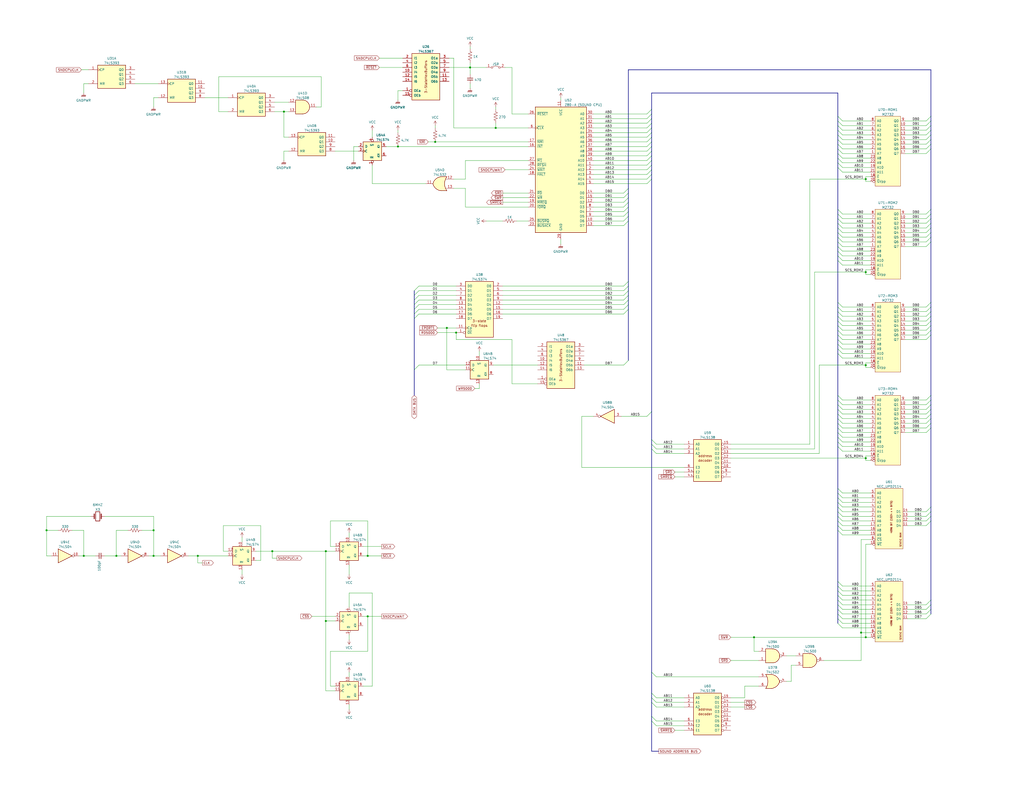
<source format=kicad_sch>
(kicad_sch (version 20230121) (generator eeschema)
  (paper "C")
  (title_block (title "TAITO SYSTEM SJ") (company "ANTON GALE") (comment 3 "Sound CPU, ROM & RAM") (comment 4 "Game Board"))
  (junction (at 472.44 347.98))
  (junction (at 237.49 77.47))
  (junction (at 256.54 36.83))
  (junction (at 200.66 336.55))
  (junction (at 472.44 250.19))
  (junction (at 83.82 289.56))
  (junction (at 177.8 339.09))
  (junction (at 148.59 300.99))
  (junction (at 472.44 199.39))
  (junction (at 107.95 303.53))
  (junction (at 243.84 179.07))
  (junction (at 177.8 300.99))
  (junction (at 25.4 289.56))
  (junction (at 270.51 69.85))
  (junction (at 45.72 303.53))
  (junction (at 217.17 80.01))
  (junction (at 469.9 345.44))
  (junction (at 63.5 303.53))
  (junction (at 472.44 97.79))
  (junction (at 472.44 148.59))
  (junction (at 248.92 181.61))
  (junction (at 411.48 347.98))
  (junction (at 200.66 303.53))
  (junction (at 83.82 303.53))
  (junction (at 154.94 60.96))
  (bus_entry (at 459.74 137.16) (size -2.54 -2.54))
  (bus_entry (at 505.46 172.72) (size 2.54 -2.54))
  (bus_entry (at 340.36 107.95) (size 2.54 -2.54))
  (bus_entry (at 459.74 129.54) (size -2.54 -2.54))
  (bus_entry (at 358.14 386.08) (size -2.54 -2.54))
  (bus_entry (at 353.06 85.09) (size 2.54 -2.54))
  (bus_entry (at 459.74 218.44) (size -2.54 -2.54))
  (bus_entry (at 340.36 115.57) (size 2.54 -2.54))
  (bus_entry (at 505.46 121.92) (size 2.54 -2.54))
  (bus_entry (at 505.46 236.22) (size 2.54 -2.54))
  (bus_entry (at 459.74 279.4) (size -2.54 -2.54))
  (bus_entry (at 353.06 95.25) (size 2.54 -2.54))
  (bus_entry (at 459.74 284.48) (size -2.54 -2.54))
  (bus_entry (at 353.06 82.55) (size 2.54 -2.54))
  (bus_entry (at 358.14 383.54) (size -2.54 -2.54))
  (bus_entry (at 459.74 170.18) (size -2.54 -2.54))
  (bus_entry (at 459.74 86.36) (size -2.54 -2.54))
  (bus_entry (at 340.36 166.37) (size 2.54 -2.54))
  (bus_entry (at 340.36 156.21) (size 2.54 -2.54))
  (bus_entry (at 505.46 83.82) (size 2.54 -2.54))
  (bus_entry (at 505.46 175.26) (size 2.54 -2.54))
  (bus_entry (at 459.74 83.82) (size -2.54 -2.54))
  (bus_entry (at 459.74 228.6) (size -2.54 -2.54))
  (bus_entry (at 505.46 124.46) (size 2.54 -2.54))
  (bus_entry (at 459.74 325.12) (size -2.54 -2.54))
  (bus_entry (at 459.74 91.44) (size -2.54 -2.54))
  (bus_entry (at 459.74 175.26) (size -2.54 -2.54))
  (bus_entry (at 459.74 238.76) (size -2.54 -2.54))
  (bus_entry (at 228.6 166.37) (size -2.54 2.54))
  (bus_entry (at 459.74 322.58) (size -2.54 -2.54))
  (bus_entry (at 459.74 66.04) (size -2.54 -2.54))
  (bus_entry (at 228.6 199.39) (size -2.54 2.54))
  (bus_entry (at 505.46 129.54) (size 2.54 -2.54))
  (bus_entry (at 505.46 81.28) (size 2.54 -2.54))
  (bus_entry (at 505.46 226.06) (size 2.54 -2.54))
  (bus_entry (at 228.6 163.83) (size -2.54 2.54))
  (bus_entry (at 505.46 330.2) (size 2.54 -2.54))
  (bus_entry (at 340.36 105.41) (size 2.54 -2.54))
  (bus_entry (at 459.74 231.14) (size -2.54 -2.54))
  (bus_entry (at 459.74 287.02) (size -2.54 -2.54))
  (bus_entry (at 459.74 289.56) (size -2.54 -2.54))
  (bus_entry (at 459.74 226.06) (size -2.54 -2.54))
  (bus_entry (at 505.46 284.48) (size 2.54 -2.54))
  (bus_entry (at 353.06 90.17) (size 2.54 -2.54))
  (bus_entry (at 228.6 168.91) (size -2.54 2.54))
  (bus_entry (at 505.46 66.04) (size 2.54 -2.54))
  (bus_entry (at 505.46 132.08) (size 2.54 -2.54))
  (bus_entry (at 459.74 76.2) (size -2.54 -2.54))
  (bus_entry (at 505.46 335.28) (size 2.54 -2.54))
  (bus_entry (at 459.74 134.62) (size -2.54 -2.54))
  (bus_entry (at 505.46 233.68) (size 2.54 -2.54))
  (bus_entry (at 340.36 120.65) (size 2.54 -2.54))
  (bus_entry (at 459.74 274.32) (size -2.54 -2.54))
  (bus_entry (at 459.74 190.5) (size -2.54 -2.54))
  (bus_entry (at 505.46 73.66) (size 2.54 -2.54))
  (bus_entry (at 459.74 335.28) (size -2.54 -2.54))
  (bus_entry (at 459.74 119.38) (size -2.54 -2.54))
  (bus_entry (at 459.74 337.82) (size -2.54 -2.54))
  (bus_entry (at 358.14 396.24) (size -2.54 -2.54))
  (bus_entry (at 459.74 195.58) (size -2.54 -2.54))
  (bus_entry (at 505.46 167.64) (size 2.54 -2.54))
  (bus_entry (at 459.74 185.42) (size -2.54 -2.54))
  (bus_entry (at 505.46 78.74) (size 2.54 -2.54))
  (bus_entry (at 505.46 116.84) (size 2.54 -2.54))
  (bus_entry (at 353.06 67.31) (size 2.54 -2.54))
  (bus_entry (at 505.46 180.34) (size 2.54 -2.54))
  (bus_entry (at 459.74 167.64) (size -2.54 -2.54))
  (bus_entry (at 459.74 241.3) (size -2.54 -2.54))
  (bus_entry (at 228.6 171.45) (size -2.54 2.54))
  (bus_entry (at 353.06 64.77) (size 2.54 -2.54))
  (bus_entry (at 459.74 121.92) (size -2.54 -2.54))
  (bus_entry (at 459.74 342.9) (size -2.54 -2.54))
  (bus_entry (at 459.74 320.04) (size -2.54 -2.54))
  (bus_entry (at 228.6 156.21) (size -2.54 2.54))
  (bus_entry (at 459.74 223.52) (size -2.54 -2.54))
  (bus_entry (at 340.36 171.45) (size 2.54 -2.54))
  (bus_entry (at 459.74 177.8) (size -2.54 -2.54))
  (bus_entry (at 505.46 220.98) (size 2.54 -2.54))
  (bus_entry (at 459.74 276.86) (size -2.54 -2.54))
  (bus_entry (at 353.06 87.63) (size 2.54 -2.54))
  (bus_entry (at 459.74 193.04) (size -2.54 -2.54))
  (bus_entry (at 505.46 76.2) (size 2.54 -2.54))
  (bus_entry (at 358.14 245.11) (size -2.54 -2.54))
  (bus_entry (at 505.46 68.58) (size 2.54 -2.54))
  (bus_entry (at 505.46 185.42) (size 2.54 -2.54))
  (bus_entry (at 459.74 340.36) (size -2.54 -2.54))
  (bus_entry (at 459.74 187.96) (size -2.54 -2.54))
  (bus_entry (at 505.46 279.4) (size 2.54 -2.54))
  (bus_entry (at 459.74 220.98) (size -2.54 -2.54))
  (bus_entry (at 459.74 116.84) (size -2.54 -2.54))
  (bus_entry (at 459.74 246.38) (size -2.54 -2.54))
  (bus_entry (at 459.74 269.24) (size -2.54 -2.54))
  (bus_entry (at 459.74 142.24) (size -2.54 -2.54))
  (bus_entry (at 459.74 236.22) (size -2.54 -2.54))
  (bus_entry (at 459.74 78.74) (size -2.54 -2.54))
  (bus_entry (at 459.74 93.98) (size -2.54 -2.54))
  (bus_entry (at 459.74 182.88) (size -2.54 -2.54))
  (bus_entry (at 353.06 100.33) (size 2.54 -2.54))
  (bus_entry (at 505.46 71.12) (size 2.54 -2.54))
  (bus_entry (at 353.06 97.79) (size 2.54 -2.54))
  (bus_entry (at 358.14 247.65) (size -2.54 -2.54))
  (bus_entry (at 459.74 233.68) (size -2.54 -2.54))
  (bus_entry (at 228.6 161.29) (size -2.54 2.54))
  (bus_entry (at 459.74 88.9) (size -2.54 -2.54))
  (bus_entry (at 459.74 332.74) (size -2.54 -2.54))
  (bus_entry (at 353.06 74.93) (size 2.54 -2.54))
  (bus_entry (at 505.46 127) (size 2.54 -2.54))
  (bus_entry (at 353.06 69.85) (size 2.54 -2.54))
  (bus_entry (at 459.74 71.12) (size -2.54 -2.54))
  (bus_entry (at 459.74 139.7) (size -2.54 -2.54))
  (bus_entry (at 459.74 172.72) (size -2.54 -2.54))
  (bus_entry (at 340.36 123.19) (size 2.54 -2.54))
  (bus_entry (at 353.06 92.71) (size 2.54 -2.54))
  (bus_entry (at 505.46 281.94) (size 2.54 -2.54))
  (bus_entry (at 459.74 330.2) (size -2.54 -2.54))
  (bus_entry (at 459.74 271.78) (size -2.54 -2.54))
  (bus_entry (at 459.74 292.1) (size -2.54 -2.54))
  (bus_entry (at 340.36 118.11) (size 2.54 -2.54))
  (bus_entry (at 358.14 393.7) (size -2.54 -2.54))
  (bus_entry (at 505.46 228.6) (size 2.54 -2.54))
  (bus_entry (at 358.14 381) (size -2.54 -2.54))
  (bus_entry (at 505.46 134.62) (size 2.54 -2.54))
  (bus_entry (at 340.36 110.49) (size 2.54 -2.54))
  (bus_entry (at 505.46 231.14) (size 2.54 -2.54))
  (bus_entry (at 505.46 182.88) (size 2.54 -2.54))
  (bus_entry (at 459.74 243.84) (size -2.54 -2.54))
  (bus_entry (at 459.74 132.08) (size -2.54 -2.54))
  (bus_entry (at 459.74 127) (size -2.54 -2.54))
  (bus_entry (at 459.74 81.28) (size -2.54 -2.54))
  (bus_entry (at 459.74 144.78) (size -2.54 -2.54))
  (bus_entry (at 505.46 332.74) (size 2.54 -2.54))
  (bus_entry (at 505.46 287.02) (size 2.54 -2.54))
  (bus_entry (at 459.74 180.34) (size -2.54 -2.54))
  (bus_entry (at 505.46 170.18) (size 2.54 -2.54))
  (bus_entry (at 459.74 124.46) (size -2.54 -2.54))
  (bus_entry (at 353.06 227.33) (size 2.54 -2.54))
  (bus_entry (at 340.36 168.91) (size 2.54 -2.54))
  (bus_entry (at 353.06 62.23) (size 2.54 -2.54))
  (bus_entry (at 340.36 163.83) (size 2.54 -2.54))
  (bus_entry (at 358.14 369.57) (size -2.54 -2.54))
  (bus_entry (at 340.36 158.75) (size 2.54 -2.54))
  (bus_entry (at 505.46 119.38) (size 2.54 -2.54))
  (bus_entry (at 340.36 199.39) (size 2.54 -2.54))
  (bus_entry (at 459.74 281.94) (size -2.54 -2.54))
  (bus_entry (at 228.6 158.75) (size -2.54 2.54))
  (bus_entry (at 505.46 218.44) (size 2.54 -2.54))
  (bus_entry (at 353.06 77.47) (size 2.54 -2.54))
  (bus_entry (at 353.06 80.01) (size 2.54 -2.54))
  (bus_entry (at 353.06 72.39) (size 2.54 -2.54))
  (bus_entry (at 340.36 113.03) (size 2.54 -2.54))
  (bus_entry (at 459.74 68.58) (size -2.54 -2.54))
  (bus_entry (at 340.36 161.29) (size 2.54 -2.54))
  (bus_entry (at 505.46 223.52) (size 2.54 -2.54))
  (bus_entry (at 505.46 337.82) (size 2.54 -2.54))
  (bus_entry (at 505.46 177.8) (size 2.54 -2.54))
  (bus_entry (at 459.74 327.66) (size -2.54 -2.54))
  (bus_entry (at 358.14 242.57) (size -2.54 -2.54))
  (bus_entry (at 459.74 73.66) (size -2.54 -2.54))
  (bus (pts (xy 457.2 335.28) (xy 457.2 332.74)))
  (wire (pts (xy 494.03 231.14) (xy 505.46 231.14)))
  (bus (pts (xy 508 170.18) (xy 508 172.72)))
  (wire (pts (xy 217.17 80.01) (xy 288.29 80.01)))
  (wire (pts (xy 474.98 335.28) (xy 459.74 335.28)))
  (wire (pts (xy 323.85 74.93) (xy 353.06 74.93)))
  (bus (pts (xy 457.2 218.44) (xy 457.2 220.98)))
  (wire (pts (xy 474.98 281.94) (xy 459.74 281.94)))
  (wire (pts (xy 474.98 127) (xy 459.74 127)))
  (bus (pts (xy 457.2 81.28) (xy 457.2 78.74)))
  (wire (pts (xy 398.78 347.98) (xy 411.48 347.98)))
  (bus (pts (xy 508 218.44) (xy 508 220.98)))
  (wire (pts (xy 175.26 41.91) (xy 175.26 58.42)))
  (wire (pts (xy 200.66 355.6) (xy 200.66 336.55)))
  (bus (pts (xy 457.2 116.84) (xy 457.2 114.3)))
  (bus (pts (xy 508 233.68) (xy 508 276.86)))
  (wire (pts (xy 148.59 300.99) (xy 177.8 300.99)))
  (wire (pts (xy 339.09 227.33) (xy 353.06 227.33)))
  (bus (pts (xy 226.06 168.91) (xy 226.06 171.45)))
  (wire (pts (xy 474.98 182.88) (xy 459.74 182.88)))
  (bus (pts (xy 342.9 163.83) (xy 342.9 161.29)))
  (wire (pts (xy 494.03 76.2) (xy 505.46 76.2)))
  (wire (pts (xy 102.87 303.53) (xy 107.95 303.53)))
  (wire (pts (xy 494.03 66.04) (xy 505.46 66.04)))
  (wire (pts (xy 182.88 374.65) (xy 180.34 374.65)))
  (wire (pts (xy 474.98 223.52) (xy 459.74 223.52)))
  (bus (pts (xy 355.6 69.85) (xy 355.6 72.39)))
  (wire (pts (xy 248.92 156.21) (xy 228.6 156.21)))
  (wire (pts (xy 474.98 187.96) (xy 459.74 187.96)))
  (wire (pts (xy 474.98 190.5) (xy 459.74 190.5)))
  (bus (pts (xy 457.2 134.62) (xy 457.2 137.16)))
  (wire (pts (xy 474.98 320.04) (xy 459.74 320.04)))
  (wire (pts (xy 270.51 69.85) (xy 288.29 69.85)))
  (bus (pts (xy 508 279.4) (xy 508 281.94)))
  (wire (pts (xy 474.98 96.52) (xy 472.44 96.52)))
  (wire (pts (xy 323.85 105.41) (xy 340.36 105.41)))
  (wire (pts (xy 154.94 60.96) (xy 157.48 60.96)))
  (wire (pts (xy 469.9 345.44) (xy 474.98 345.44)))
  (wire (pts (xy 474.98 218.44) (xy 459.74 218.44)))
  (bus (pts (xy 457.2 269.24) (xy 457.2 266.7)))
  (wire (pts (xy 27.94 303.53) (xy 25.4 303.53)))
  (wire (pts (xy 288.29 62.23) (xy 279.4 62.23)))
  (wire (pts (xy 474.98 142.24) (xy 459.74 142.24)))
  (wire (pts (xy 269.24 199.39) (xy 293.37 199.39)))
  (wire (pts (xy 323.85 123.19) (xy 340.36 123.19)))
  (wire (pts (xy 180.34 374.65) (xy 180.34 355.6)))
  (wire (pts (xy 474.98 144.78) (xy 459.74 144.78)))
  (wire (pts (xy 288.29 120.65) (xy 281.94 120.65)))
  (wire (pts (xy 323.85 82.55) (xy 353.06 82.55)))
  (wire (pts (xy 45.72 303.53) (xy 45.72 289.56)))
  (bus (pts (xy 457.2 175.26) (xy 457.2 177.8)))
  (bus (pts (xy 457.2 330.2) (xy 457.2 327.66)))
  (wire (pts (xy 474.98 66.04) (xy 459.74 66.04)))
  (wire (pts (xy 494.03 167.64) (xy 505.46 167.64)))
  (wire (pts (xy 237.49 69.85) (xy 237.49 68.58)))
  (wire (pts (xy 494.03 83.82) (xy 505.46 83.82)))
  (wire (pts (xy 180.34 284.48) (xy 180.34 298.45)))
  (bus (pts (xy 457.2 167.64) (xy 457.2 170.18)))
  (wire (pts (xy 48.26 38.1) (xy 44.45 38.1)))
  (wire (pts (xy 406.4 381) (xy 406.4 374.65)))
  (bus (pts (xy 226.06 201.93) (xy 226.06 215.9)))
  (wire (pts (xy 306.07 130.81) (xy 306.07 133.35)))
  (bus (pts (xy 226.06 161.29) (xy 226.06 163.83)))
  (wire (pts (xy 474.98 185.42) (xy 459.74 185.42)))
  (wire (pts (xy 474.98 71.12) (xy 459.74 71.12)))
  (bus (pts (xy 457.2 238.76) (xy 457.2 236.22)))
  (wire (pts (xy 198.12 374.65) (xy 203.2 374.65)))
  (wire (pts (xy 444.5 245.11) (xy 398.78 245.11)))
  (wire (pts (xy 83.82 289.56) (xy 83.82 281.94)))
  (wire (pts (xy 121.92 287.02) (xy 121.92 300.99)))
  (wire (pts (xy 368.3 260.35) (xy 373.38 260.35)))
  (wire (pts (xy 274.32 161.29) (xy 340.36 161.29)))
  (wire (pts (xy 323.85 80.01) (xy 353.06 80.01)))
  (wire (pts (xy 142.24 287.02) (xy 121.92 287.02)))
  (wire (pts (xy 57.15 281.94) (xy 83.82 281.94)))
  (wire (pts (xy 474.98 269.24) (xy 459.74 269.24)))
  (wire (pts (xy 474.98 274.32) (xy 459.74 274.32)))
  (wire (pts (xy 323.85 72.39) (xy 353.06 72.39)))
  (bus (pts (xy 342.9 120.65) (xy 342.9 153.67)))
  (wire (pts (xy 247.65 31.75) (xy 247.65 69.85)))
  (wire (pts (xy 472.44 147.32) (xy 472.44 148.59)))
  (wire (pts (xy 429.26 372.11) (xy 431.8 372.11)))
  (wire (pts (xy 25.4 281.94) (xy 25.4 289.56)))
  (wire (pts (xy 200.66 336.55) (xy 208.28 336.55)))
  (wire (pts (xy 474.98 195.58) (xy 459.74 195.58)))
  (bus (pts (xy 457.2 185.42) (xy 457.2 187.96)))
  (wire (pts (xy 25.4 303.53) (xy 25.4 289.56)))
  (bus (pts (xy 457.2 165.1) (xy 457.2 167.64)))
  (bus (pts (xy 457.2 243.84) (xy 457.2 266.7)))
  (bus (pts (xy 457.2 86.36) (xy 457.2 83.82)))
  (wire (pts (xy 398.78 386.08) (xy 406.4 386.08)))
  (wire (pts (xy 474.98 243.84) (xy 459.74 243.84)))
  (bus (pts (xy 342.9 110.49) (xy 342.9 107.95)))
  (bus (pts (xy 457.2 137.16) (xy 457.2 139.7)))
  (wire (pts (xy 195.58 80.01) (xy 193.04 80.01)))
  (wire (pts (xy 256.54 36.83) (xy 256.54 40.64)))
  (wire (pts (xy 256.54 36.83) (xy 265.43 36.83)))
  (wire (pts (xy 274.32 163.83) (xy 340.36 163.83)))
  (bus (pts (xy 355.6 62.23) (xy 355.6 64.77)))
  (bus (pts (xy 457.2 287.02) (xy 457.2 284.48)))
  (bus (pts (xy 457.2 139.7) (xy 457.2 142.24)))
  (bus (pts (xy 342.9 102.87) (xy 342.9 38.1)))
  (bus (pts (xy 508 281.94) (xy 508 284.48)))
  (wire (pts (xy 217.17 49.53) (xy 217.17 54.61)))
  (bus (pts (xy 457.2 185.42) (xy 457.2 182.88)))
  (wire (pts (xy 198.12 303.53) (xy 200.66 303.53)))
  (wire (pts (xy 193.04 80.01) (xy 193.04 87.63)))
  (bus (pts (xy 457.2 284.48) (xy 457.2 281.94)))
  (bus (pts (xy 355.6 410.21) (xy 359.41 410.21)))
  (wire (pts (xy 323.85 97.79) (xy 353.06 97.79)))
  (bus (pts (xy 355.6 383.54) (xy 355.6 391.16)))
  (bus (pts (xy 457.2 127) (xy 457.2 129.54)))
  (bus (pts (xy 457.2 281.94) (xy 457.2 279.4)))
  (wire (pts (xy 472.44 200.66) (xy 474.98 200.66)))
  (wire (pts (xy 472.44 297.18) (xy 472.44 347.98)))
  (wire (pts (xy 474.98 297.18) (xy 472.44 297.18)))
  (bus (pts (xy 342.9 118.11) (xy 342.9 115.57)))
  (bus (pts (xy 457.2 73.66) (xy 457.2 71.12)))
  (wire (pts (xy 474.98 231.14) (xy 459.74 231.14)))
  (wire (pts (xy 254 87.63) (xy 288.29 87.63)))
  (wire (pts (xy 154.94 74.93) (xy 154.94 60.96)))
  (wire (pts (xy 203.2 100.33) (xy 203.2 90.17)))
  (wire (pts (xy 494.03 220.98) (xy 505.46 220.98)))
  (wire (pts (xy 247.65 97.79) (xy 254 97.79)))
  (bus (pts (xy 457.2 274.32) (xy 457.2 271.78)))
  (bus (pts (xy 508 68.58) (xy 508 71.12)))
  (wire (pts (xy 474.98 292.1) (xy 459.74 292.1)))
  (wire (pts (xy 494.03 73.66) (xy 505.46 73.66)))
  (wire (pts (xy 494.03 78.74) (xy 505.46 78.74)))
  (wire (pts (xy 182.88 339.09) (xy 177.8 339.09)))
  (bus (pts (xy 226.06 163.83) (xy 226.06 166.37)))
  (wire (pts (xy 444.5 148.59) (xy 444.5 245.11)))
  (wire (pts (xy 132.08 313.69) (xy 132.08 311.15)))
  (bus (pts (xy 457.2 50.8) (xy 457.2 63.5)))
  (wire (pts (xy 177.8 300.99) (xy 182.88 300.99)))
  (wire (pts (xy 398.78 360.68) (xy 414.02 360.68)))
  (bus (pts (xy 457.2 340.36) (xy 457.2 337.82)))
  (bus (pts (xy 508 38.1) (xy 508 63.5)))
  (wire (pts (xy 63.5 303.53) (xy 63.5 289.56)))
  (bus (pts (xy 342.9 107.95) (xy 342.9 105.41)))
  (bus (pts (xy 508 73.66) (xy 508 76.2)))
  (bus (pts (xy 355.6 59.69) (xy 355.6 50.8)))
  (wire (pts (xy 318.77 199.39) (xy 340.36 199.39)))
  (bus (pts (xy 457.2 172.72) (xy 457.2 175.26)))
  (wire (pts (xy 474.98 340.36) (xy 459.74 340.36)))
  (wire (pts (xy 279.4 62.23) (xy 279.4 36.83)))
  (bus (pts (xy 457.2 231.14) (xy 457.2 228.6)))
  (wire (pts (xy 472.44 248.92) (xy 472.44 250.19)))
  (bus (pts (xy 355.6 92.71) (xy 355.6 95.25)))
  (bus (pts (xy 457.2 228.6) (xy 457.2 226.06)))
  (wire (pts (xy 441.96 97.79) (xy 472.44 97.79)))
  (wire (pts (xy 494.03 180.34) (xy 505.46 180.34)))
  (wire (pts (xy 219.71 31.75) (xy 207.01 31.75)))
  (wire (pts (xy 494.03 233.68) (xy 505.46 233.68)))
  (wire (pts (xy 494.03 226.06) (xy 505.46 226.06)))
  (wire (pts (xy 323.85 113.03) (xy 340.36 113.03)))
  (wire (pts (xy 243.84 201.93) (xy 254 201.93)))
  (bus (pts (xy 355.6 82.55) (xy 355.6 85.09)))
  (wire (pts (xy 63.5 289.56) (xy 69.85 289.56)))
  (bus (pts (xy 457.2 142.24) (xy 457.2 165.1)))
  (wire (pts (xy 248.92 163.83) (xy 228.6 163.83)))
  (wire (pts (xy 200.66 303.53) (xy 208.28 303.53)))
  (bus (pts (xy 457.2 66.04) (xy 457.2 68.58)))
  (wire (pts (xy 494.03 121.92) (xy 505.46 121.92)))
  (wire (pts (xy 474.98 332.74) (xy 459.74 332.74)))
  (wire (pts (xy 254 199.39) (xy 228.6 199.39)))
  (wire (pts (xy 474.98 170.18) (xy 459.74 170.18)))
  (bus (pts (xy 508 71.12) (xy 508 73.66)))
  (bus (pts (xy 508 66.04) (xy 508 68.58)))
  (bus (pts (xy 457.2 289.56) (xy 457.2 317.5)))
  (wire (pts (xy 274.32 105.41) (xy 288.29 105.41)))
  (wire (pts (xy 472.44 96.52) (xy 472.44 97.79)))
  (wire (pts (xy 317.5 227.33) (xy 317.5 255.27)))
  (bus (pts (xy 508 223.52) (xy 508 226.06)))
  (bus (pts (xy 226.06 158.75) (xy 226.06 161.29)))
  (bus (pts (xy 457.2 337.82) (xy 457.2 335.28)))
  (wire (pts (xy 254 113.03) (xy 288.29 113.03)))
  (wire (pts (xy 447.04 199.39) (xy 447.04 247.65)))
  (wire (pts (xy 323.85 227.33) (xy 317.5 227.33)))
  (wire (pts (xy 245.11 31.75) (xy 247.65 31.75)))
  (bus (pts (xy 508 167.64) (xy 508 170.18)))
  (bus (pts (xy 457.2 88.9) (xy 457.2 86.36)))
  (bus (pts (xy 508 284.48) (xy 508 327.66)))
  (bus (pts (xy 508 116.84) (xy 508 119.38)))
  (wire (pts (xy 238.76 179.07) (xy 243.84 179.07)))
  (wire (pts (xy 49.53 281.94) (xy 25.4 281.94)))
  (wire (pts (xy 474.98 276.86) (xy 459.74 276.86)))
  (wire (pts (xy 474.98 88.9) (xy 459.74 88.9)))
  (bus (pts (xy 508 132.08) (xy 508 165.1)))
  (wire (pts (xy 45.72 289.56) (xy 39.37 289.56)))
  (bus (pts (xy 508 327.66) (xy 508 330.2)))
  (wire (pts (xy 494.03 71.12) (xy 505.46 71.12)))
  (wire (pts (xy 373.38 386.08) (xy 358.14 386.08)))
  (wire (pts (xy 494.03 228.6) (xy 505.46 228.6)))
  (bus (pts (xy 226.06 171.45) (xy 226.06 173.99)))
  (wire (pts (xy 248.92 185.42) (xy 248.92 181.61)))
  (wire (pts (xy 45.72 303.53) (xy 52.07 303.53)))
  (bus (pts (xy 508 231.14) (xy 508 233.68)))
  (wire (pts (xy 474.98 73.66) (xy 459.74 73.66)))
  (wire (pts (xy 43.18 303.53) (xy 45.72 303.53)))
  (wire (pts (xy 261.62 212.09) (xy 261.62 209.55)))
  (bus (pts (xy 457.2 226.06) (xy 457.2 223.52)))
  (wire (pts (xy 256.54 26.67) (xy 256.54 25.4)))
  (bus (pts (xy 342.9 115.57) (xy 342.9 113.03)))
  (wire (pts (xy 323.85 87.63) (xy 353.06 87.63)))
  (wire (pts (xy 107.95 307.34) (xy 107.95 303.53)))
  (wire (pts (xy 142.24 306.07) (xy 142.24 287.02)))
  (wire (pts (xy 288.29 92.71) (xy 275.59 92.71)))
  (bus (pts (xy 342.9 161.29) (xy 342.9 158.75)))
  (wire (pts (xy 474.98 198.12) (xy 472.44 198.12)))
  (wire (pts (xy 149.86 55.88) (xy 157.48 55.88)))
  (wire (pts (xy 474.98 330.2) (xy 459.74 330.2)))
  (bus (pts (xy 457.2 91.44) (xy 457.2 114.3)))
  (wire (pts (xy 495.3 281.94) (xy 505.46 281.94)))
  (wire (pts (xy 368.3 398.78) (xy 373.38 398.78)))
  (wire (pts (xy 494.03 236.22) (xy 505.46 236.22)))
  (wire (pts (xy 495.3 337.82) (xy 505.46 337.82)))
  (wire (pts (xy 429.26 358.14) (xy 434.34 358.14)))
  (wire (pts (xy 248.92 161.29) (xy 228.6 161.29)))
  (bus (pts (xy 508 215.9) (xy 508 218.44)))
  (bus (pts (xy 457.2 187.96) (xy 457.2 190.5)))
  (wire (pts (xy 323.85 120.65) (xy 340.36 120.65)))
  (wire (pts (xy 411.48 347.98) (xy 411.48 355.6)))
  (wire (pts (xy 474.98 137.16) (xy 459.74 137.16)))
  (bus (pts (xy 355.6 367.03) (xy 355.6 378.46)))
  (wire (pts (xy 190.5 367.03) (xy 190.5 369.57)))
  (wire (pts (xy 182.88 82.55) (xy 195.58 82.55)))
  (wire (pts (xy 323.85 85.09) (xy 353.06 85.09)))
  (wire (pts (xy 474.98 327.66) (xy 459.74 327.66)))
  (bus (pts (xy 508 228.6) (xy 508 231.14)))
  (wire (pts (xy 217.17 72.39) (xy 217.17 71.12)))
  (wire (pts (xy 474.98 220.98) (xy 459.74 220.98)))
  (wire (pts (xy 172.72 58.42) (xy 175.26 58.42)))
  (wire (pts (xy 25.4 289.56) (xy 31.75 289.56)))
  (wire (pts (xy 323.85 115.57) (xy 340.36 115.57)))
  (bus (pts (xy 355.6 67.31) (xy 355.6 69.85)))
  (wire (pts (xy 495.3 284.48) (xy 505.46 284.48)))
  (wire (pts (xy 119.38 41.91) (xy 119.38 60.96)))
  (bus (pts (xy 457.2 66.04) (xy 457.2 63.5)))
  (wire (pts (xy 495.3 279.4) (xy 505.46 279.4)))
  (wire (pts (xy 274.32 168.91) (xy 340.36 168.91)))
  (bus (pts (xy 457.2 223.52) (xy 457.2 220.98)))
  (bus (pts (xy 457.2 241.3) (xy 457.2 238.76)))
  (wire (pts (xy 148.59 304.8) (xy 148.59 300.99)))
  (wire (pts (xy 279.4 209.55) (xy 279.4 185.42)))
  (bus (pts (xy 457.2 269.24) (xy 457.2 271.78)))
  (wire (pts (xy 45.72 45.72) (xy 45.72 50.8)))
  (wire (pts (xy 449.58 360.68) (xy 469.9 360.68)))
  (wire (pts (xy 474.98 147.32) (xy 472.44 147.32)))
  (wire (pts (xy 494.03 129.54) (xy 505.46 129.54)))
  (wire (pts (xy 323.85 64.77) (xy 353.06 64.77)))
  (wire (pts (xy 474.98 81.28) (xy 459.74 81.28)))
  (wire (pts (xy 279.4 185.42) (xy 248.92 185.42)))
  (bus (pts (xy 457.2 241.3) (xy 457.2 243.84)))
  (wire (pts (xy 170.18 336.55) (xy 182.88 336.55)))
  (wire (pts (xy 232.41 100.33) (xy 203.2 100.33)))
  (wire (pts (xy 57.15 303.53) (xy 63.5 303.53)))
  (wire (pts (xy 248.92 171.45) (xy 228.6 171.45)))
  (wire (pts (xy 121.92 300.99) (xy 124.46 300.99)))
  (bus (pts (xy 508 124.46) (xy 508 127)))
  (bus (pts (xy 457.2 236.22) (xy 457.2 233.68)))
  (bus (pts (xy 457.2 132.08) (xy 457.2 134.62)))
  (wire (pts (xy 243.84 179.07) (xy 243.84 201.93)))
  (wire (pts (xy 323.85 90.17) (xy 353.06 90.17)))
  (wire (pts (xy 474.98 177.8) (xy 459.74 177.8)))
  (wire (pts (xy 198.12 336.55) (xy 200.66 336.55)))
  (wire (pts (xy 323.85 92.71) (xy 353.06 92.71)))
  (wire (pts (xy 494.03 223.52) (xy 505.46 223.52)))
  (wire (pts (xy 323.85 77.47) (xy 353.06 77.47)))
  (bus (pts (xy 355.6 72.39) (xy 355.6 74.93)))
  (wire (pts (xy 474.98 271.78) (xy 459.74 271.78)))
  (bus (pts (xy 508 220.98) (xy 508 223.52)))
  (wire (pts (xy 494.03 127) (xy 505.46 127)))
  (wire (pts (xy 154.94 82.55) (xy 154.94 87.63)))
  (wire (pts (xy 86.36 53.34) (xy 83.82 53.34)))
  (bus (pts (xy 457.2 276.86) (xy 457.2 274.32)))
  (wire (pts (xy 111.76 53.34) (xy 124.46 53.34)))
  (bus (pts (xy 457.2 182.88) (xy 457.2 180.34)))
  (wire (pts (xy 474.98 91.44) (xy 459.74 91.44)))
  (bus (pts (xy 355.6 242.57) (xy 355.6 240.03)))
  (bus (pts (xy 355.6 97.79) (xy 355.6 224.79)))
  (wire (pts (xy 474.98 287.02) (xy 459.74 287.02)))
  (wire (pts (xy 248.92 168.91) (xy 228.6 168.91)))
  (bus (pts (xy 342.9 168.91) (xy 342.9 166.37)))
  (bus (pts (xy 508 332.74) (xy 508 335.28)))
  (wire (pts (xy 63.5 303.53) (xy 66.04 303.53)))
  (wire (pts (xy 323.85 67.31) (xy 353.06 67.31)))
  (bus (pts (xy 355.6 378.46) (xy 355.6 381)))
  (wire (pts (xy 154.94 74.93) (xy 157.48 74.93)))
  (bus (pts (xy 355.6 245.11) (xy 355.6 367.03)))
  (bus (pts (xy 508 129.54) (xy 508 132.08)))
  (wire (pts (xy 248.92 166.37) (xy 228.6 166.37)))
  (bus (pts (xy 457.2 332.74) (xy 457.2 330.2)))
  (wire (pts (xy 474.98 193.04) (xy 459.74 193.04)))
  (wire (pts (xy 494.03 185.42) (xy 505.46 185.42)))
  (bus (pts (xy 457.2 170.18) (xy 457.2 172.72)))
  (wire (pts (xy 323.85 62.23) (xy 353.06 62.23)))
  (wire (pts (xy 474.98 83.82) (xy 459.74 83.82)))
  (wire (pts (xy 203.2 323.85) (xy 190.5 323.85)))
  (wire (pts (xy 274.32 110.49) (xy 288.29 110.49)))
  (wire (pts (xy 119.38 60.96) (xy 124.46 60.96)))
  (bus (pts (xy 508 114.3) (xy 508 116.84)))
  (bus (pts (xy 457.2 325.12) (xy 457.2 322.58)))
  (bus (pts (xy 508 172.72) (xy 508 175.26)))
  (bus (pts (xy 508 119.38) (xy 508 121.92)))
  (wire (pts (xy 494.03 170.18) (xy 505.46 170.18)))
  (wire (pts (xy 474.98 226.06) (xy 459.74 226.06)))
  (wire (pts (xy 180.34 298.45) (xy 182.88 298.45)))
  (wire (pts (xy 472.44 198.12) (xy 472.44 199.39)))
  (wire (pts (xy 495.3 332.74) (xy 505.46 332.74)))
  (wire (pts (xy 474.98 86.36) (xy 459.74 86.36)))
  (bus (pts (xy 508 63.5) (xy 508 66.04)))
  (wire (pts (xy 83.82 289.56) (xy 77.47 289.56)))
  (wire (pts (xy 494.03 116.84) (xy 505.46 116.84)))
  (wire (pts (xy 256.54 34.29) (xy 256.54 36.83)))
  (wire (pts (xy 474.98 129.54) (xy 459.74 129.54)))
  (wire (pts (xy 398.78 247.65) (xy 447.04 247.65)))
  (wire (pts (xy 474.98 167.64) (xy 459.74 167.64)))
  (wire (pts (xy 494.03 124.46) (xy 505.46 124.46)))
  (wire (pts (xy 474.98 342.9) (xy 459.74 342.9)))
  (wire (pts (xy 270.51 59.69) (xy 270.51 58.42)))
  (wire (pts (xy 306.07 54.61) (xy 306.07 53.34)))
  (wire (pts (xy 317.5 255.27) (xy 373.38 255.27)))
  (wire (pts (xy 469.9 345.44) (xy 469.9 360.68)))
  (bus (pts (xy 457.2 71.12) (xy 457.2 68.58)))
  (wire (pts (xy 259.08 212.09) (xy 261.62 212.09)))
  (bus (pts (xy 457.2 193.04) (xy 457.2 215.9)))
  (wire (pts (xy 200.66 303.53) (xy 200.66 284.48)))
  (wire (pts (xy 398.78 250.19) (xy 472.44 250.19)))
  (bus (pts (xy 457.2 327.66) (xy 457.2 325.12)))
  (wire (pts (xy 203.2 71.12) (xy 203.2 74.93)))
  (wire (pts (xy 494.03 177.8) (xy 505.46 177.8)))
  (wire (pts (xy 474.98 175.26) (xy 459.74 175.26)))
  (wire (pts (xy 494.03 182.88) (xy 505.46 182.88)))
  (wire (pts (xy 474.98 139.7) (xy 459.74 139.7)))
  (bus (pts (xy 355.6 64.77) (xy 355.6 67.31)))
  (wire (pts (xy 474.98 238.76) (xy 459.74 238.76)))
  (bus (pts (xy 457.2 190.5) (xy 457.2 193.04)))
  (bus (pts (xy 342.9 166.37) (xy 342.9 163.83)))
  (wire (pts (xy 474.98 93.98) (xy 459.74 93.98)))
  (wire (pts (xy 247.65 102.87) (xy 254 102.87)))
  (wire (pts (xy 494.03 175.26) (xy 505.46 175.26)))
  (wire (pts (xy 474.98 116.84) (xy 459.74 116.84)))
  (wire (pts (xy 494.03 119.38) (xy 505.46 119.38)))
  (wire (pts (xy 200.66 284.48) (xy 180.34 284.48)))
  (bus (pts (xy 342.9 38.1) (xy 508 38.1)))
  (wire (pts (xy 238.76 181.61) (xy 248.92 181.61)))
  (bus (pts (xy 355.6 242.57) (xy 355.6 245.11)))
  (wire (pts (xy 474.98 228.6) (xy 459.74 228.6)))
  (wire (pts (xy 494.03 132.08) (xy 505.46 132.08)))
  (wire (pts (xy 119.38 41.91) (xy 175.26 41.91)))
  (wire (pts (xy 474.98 246.38) (xy 459.74 246.38)))
  (wire (pts (xy 494.03 218.44) (xy 505.46 218.44)))
  (wire (pts (xy 474.98 68.58) (xy 459.74 68.58)))
  (wire (pts (xy 274.32 158.75) (xy 340.36 158.75)))
  (wire (pts (xy 237.49 77.47) (xy 233.68 77.47)))
  (bus (pts (xy 342.9 120.65) (xy 342.9 118.11)))
  (bus (pts (xy 508 81.28) (xy 508 114.3)))
  (wire (pts (xy 256.54 45.72) (xy 256.54 48.26)))
  (wire (pts (xy 373.38 247.65) (xy 358.14 247.65)))
  (wire (pts (xy 254 97.79) (xy 254 87.63)))
  (wire (pts (xy 139.7 300.99) (xy 148.59 300.99)))
  (bus (pts (xy 457.2 116.84) (xy 457.2 119.38)))
  (wire (pts (xy 495.3 330.2) (xy 505.46 330.2)))
  (bus (pts (xy 457.2 320.04) (xy 457.2 317.5)))
  (bus (pts (xy 355.6 87.63) (xy 355.6 90.17)))
  (wire (pts (xy 474.98 124.46) (xy 459.74 124.46)))
  (wire (pts (xy 373.38 245.11) (xy 358.14 245.11)))
  (wire (pts (xy 434.34 363.22) (xy 431.8 363.22)))
  (wire (pts (xy 474.98 284.48) (xy 459.74 284.48)))
  (bus (pts (xy 355.6 391.16) (xy 355.6 393.7)))
  (wire (pts (xy 495.3 287.02) (xy 505.46 287.02)))
  (bus (pts (xy 457.2 218.44) (xy 457.2 215.9)))
  (bus (pts (xy 355.6 90.17) (xy 355.6 92.71)))
  (wire (pts (xy 132.08 293.37) (xy 132.08 295.91)))
  (bus (pts (xy 355.6 85.09) (xy 355.6 87.63)))
  (bus (pts (xy 508 78.74) (xy 508 81.28)))
  (wire (pts (xy 494.03 172.72) (xy 505.46 172.72)))
  (bus (pts (xy 457.2 119.38) (xy 457.2 121.92)))
  (bus (pts (xy 457.2 83.82) (xy 457.2 81.28)))
  (wire (pts (xy 245.11 36.83) (xy 256.54 36.83)))
  (wire (pts (xy 472.44 149.86) (xy 474.98 149.86)))
  (wire (pts (xy 441.96 97.79) (xy 441.96 242.57)))
  (wire (pts (xy 73.66 45.72) (xy 86.36 45.72)))
  (wire (pts (xy 373.38 393.7) (xy 358.14 393.7)))
  (wire (pts (xy 248.92 158.75) (xy 228.6 158.75)))
  (wire (pts (xy 474.98 76.2) (xy 459.74 76.2)))
  (wire (pts (xy 474.98 248.92) (xy 472.44 248.92)))
  (wire (pts (xy 474.98 236.22) (xy 459.74 236.22)))
  (bus (pts (xy 355.6 393.7) (xy 355.6 410.21)))
  (wire (pts (xy 83.82 303.53) (xy 87.63 303.53)))
  (wire (pts (xy 288.29 77.47) (xy 237.49 77.47)))
  (wire (pts (xy 279.4 36.83) (xy 275.59 36.83)))
  (wire (pts (xy 323.85 100.33) (xy 353.06 100.33)))
  (wire (pts (xy 48.26 45.72) (xy 45.72 45.72)))
  (wire (pts (xy 198.12 298.45) (xy 208.28 298.45)))
  (wire (pts (xy 265.43 120.65) (xy 274.32 120.65)))
  (wire (pts (xy 203.2 374.65) (xy 203.2 323.85)))
  (bus (pts (xy 457.2 129.54) (xy 457.2 132.08)))
  (bus (pts (xy 508 180.34) (xy 508 182.88)))
  (wire (pts (xy 474.98 180.34) (xy 459.74 180.34)))
  (wire (pts (xy 190.5 290.83) (xy 190.5 293.37)))
  (bus (pts (xy 355.6 95.25) (xy 355.6 97.79)))
  (bus (pts (xy 508 182.88) (xy 508 215.9)))
  (wire (pts (xy 411.48 347.98) (xy 472.44 347.98)))
  (wire (pts (xy 398.78 381) (xy 406.4 381)))
  (wire (pts (xy 474.98 119.38) (xy 459.74 119.38)))
  (wire (pts (xy 494.03 81.28) (xy 505.46 81.28)))
  (wire (pts (xy 83.82 303.53) (xy 83.82 289.56)))
  (wire (pts (xy 474.98 78.74) (xy 459.74 78.74)))
  (bus (pts (xy 457.2 78.74) (xy 457.2 76.2)))
  (wire (pts (xy 474.98 233.68) (xy 459.74 233.68)))
  (bus (pts (xy 342.9 113.03) (xy 342.9 110.49)))
  (wire (pts (xy 472.44 250.19) (xy 472.44 251.46)))
  (wire (pts (xy 398.78 383.54) (xy 406.4 383.54)))
  (bus (pts (xy 457.2 289.56) (xy 457.2 287.02)))
  (wire (pts (xy 247.65 69.85) (xy 270.51 69.85)))
  (wire (pts (xy 474.98 134.62) (xy 459.74 134.62)))
  (wire (pts (xy 274.32 166.37) (xy 340.36 166.37)))
  (wire (pts (xy 373.38 383.54) (xy 358.14 383.54)))
  (wire (pts (xy 373.38 242.57) (xy 358.14 242.57)))
  (bus (pts (xy 457.2 121.92) (xy 457.2 124.46)))
  (wire (pts (xy 149.86 60.96) (xy 154.94 60.96)))
  (wire (pts (xy 474.98 322.58) (xy 459.74 322.58)))
  (wire (pts (xy 472.44 97.79) (xy 472.44 99.06)))
  (wire (pts (xy 190.5 323.85) (xy 190.5 331.47)))
  (bus (pts (xy 508 330.2) (xy 508 332.74)))
  (bus (pts (xy 355.6 50.8) (xy 457.2 50.8)))
  (wire (pts (xy 274.32 171.45) (xy 340.36 171.45)))
  (wire (pts (xy 431.8 363.22) (xy 431.8 372.11)))
  (wire (pts (xy 474.98 294.64) (xy 469.9 294.64)))
  (wire (pts (xy 323.85 107.95) (xy 340.36 107.95)))
  (wire (pts (xy 414.02 355.6) (xy 411.48 355.6)))
  (wire (pts (xy 373.38 396.24) (xy 358.14 396.24)))
  (wire (pts (xy 472.44 251.46) (xy 474.98 251.46)))
  (bus (pts (xy 355.6 77.47) (xy 355.6 80.01)))
  (wire (pts (xy 444.5 148.59) (xy 472.44 148.59)))
  (bus (pts (xy 508 121.92) (xy 508 124.46)))
  (wire (pts (xy 151.13 304.8) (xy 148.59 304.8)))
  (bus (pts (xy 508 127) (xy 508 129.54)))
  (wire (pts (xy 323.85 110.49) (xy 340.36 110.49)))
  (bus (pts (xy 355.6 224.79) (xy 355.6 240.03)))
  (bus (pts (xy 226.06 166.37) (xy 226.06 168.91)))
  (wire (pts (xy 248.92 179.07) (xy 243.84 179.07)))
  (bus (pts (xy 355.6 59.69) (xy 355.6 62.23)))
  (bus (pts (xy 508 276.86) (xy 508 279.4)))
  (bus (pts (xy 508 76.2) (xy 508 78.74)))
  (wire (pts (xy 474.98 325.12) (xy 459.74 325.12)))
  (wire (pts (xy 474.98 289.56) (xy 459.74 289.56)))
  (wire (pts (xy 474.98 132.08) (xy 459.74 132.08)))
  (wire (pts (xy 323.85 95.25) (xy 353.06 95.25)))
  (wire (pts (xy 494.03 68.58) (xy 505.46 68.58)))
  (wire (pts (xy 474.98 241.3) (xy 459.74 241.3)))
  (bus (pts (xy 355.6 381) (xy 355.6 383.54)))
  (bus (pts (xy 226.06 173.99) (xy 226.06 201.93)))
  (bus (pts (xy 355.6 74.93) (xy 355.6 77.47)))
  (wire (pts (xy 494.03 134.62) (xy 505.46 134.62)))
  (wire (pts (xy 139.7 306.07) (xy 142.24 306.07)))
  (bus (pts (xy 457.2 233.68) (xy 457.2 231.14)))
  (wire (pts (xy 274.32 156.21) (xy 340.36 156.21)))
  (wire (pts (xy 474.98 172.72) (xy 459.74 172.72)))
  (wire (pts (xy 323.85 118.11) (xy 340.36 118.11)))
  (bus (pts (xy 342.9 168.91) (xy 342.9 196.85)))
  (bus (pts (xy 342.9 156.21) (xy 342.9 153.67)))
  (wire (pts (xy 219.71 49.53) (xy 217.17 49.53)))
  (wire (pts (xy 406.4 374.65) (xy 414.02 374.65)))
  (wire (pts (xy 157.48 82.55) (xy 154.94 82.55)))
  (bus (pts (xy 457.2 88.9) (xy 457.2 91.44)))
  (wire (pts (xy 180.34 355.6) (xy 200.66 355.6)))
  (wire (pts (xy 261.62 191.77) (xy 261.62 194.31)))
  (wire (pts (xy 293.37 209.55) (xy 279.4 209.55)))
  (wire (pts (xy 472.44 99.06) (xy 474.98 99.06)))
  (wire (pts (xy 398.78 242.57) (xy 441.96 242.57)))
  (wire (pts (xy 373.38 381) (xy 358.14 381)))
  (bus (pts (xy 457.2 76.2) (xy 457.2 73.66)))
  (wire (pts (xy 182.88 377.19) (xy 177.8 377.19)))
  (wire (pts (xy 472.44 148.59) (xy 472.44 149.86)))
  (wire (pts (xy 190.5 349.25) (xy 190.5 346.71)))
  (bus (pts (xy 508 177.8) (xy 508 180.34)))
  (wire (pts (xy 358.14 369.57) (xy 414.02 369.57)))
  (wire (pts (xy 210.82 80.01) (xy 217.17 80.01)))
  (bus (pts (xy 508 165.1) (xy 508 167.64)))
  (wire (pts (xy 474.98 337.82) (xy 459.74 337.82)))
  (wire (pts (xy 190.5 313.69) (xy 190.5 308.61)))
  (wire (pts (xy 495.3 335.28) (xy 505.46 335.28)))
  (bus (pts (xy 342.9 105.41) (xy 342.9 102.87)))
  (wire (pts (xy 323.85 69.85) (xy 353.06 69.85)))
  (wire (pts (xy 254 102.87) (xy 254 113.03)))
  (bus (pts (xy 457.2 279.4) (xy 457.2 276.86)))
  (bus (pts (xy 457.2 180.34) (xy 457.2 177.8)))
  (wire (pts (xy 107.95 303.53) (xy 124.46 303.53)))
  (wire (pts (xy 190.5 387.35) (xy 190.5 384.81)))
  (wire (pts (xy 83.82 53.34) (xy 83.82 58.42)))
  (bus (pts (xy 457.2 124.46) (xy 457.2 127)))
  (bus (pts (xy 457.2 320.04) (xy 457.2 322.58)))
  (wire (pts (xy 177.8 339.09) (xy 177.8 300.99)))
  (wire (pts (xy 270.51 67.31) (xy 270.51 69.85)))
  (wire (pts (xy 81.28 303.53) (xy 83.82 303.53)))
  (wire (pts (xy 274.32 107.95) (xy 288.29 107.95)))
  (wire (pts (xy 472.44 199.39) (xy 472.44 200.66)))
  (wire (pts (xy 474.98 279.4) (xy 459.74 279.4)))
  (wire (pts (xy 207.01 36.83) (xy 219.71 36.83)))
  (bus (pts (xy 342.9 158.75) (xy 342.9 156.21)))
  (wire (pts (xy 472.44 199.39) (xy 447.04 199.39)))
  (wire (pts (xy 110.49 307.34) (xy 107.95 307.34)))
  (wire (pts (xy 177.8 377.19) (xy 177.8 339.09)))
  (wire (pts (xy 368.3 257.81) (xy 373.38 257.81)))
  (wire (pts (xy 469.9 294.64) (xy 469.9 345.44)))
  (bus (pts (xy 355.6 80.01) (xy 355.6 82.55)))
  (bus (pts (xy 508 226.06) (xy 508 228.6)))
  (bus (pts (xy 508 175.26) (xy 508 177.8)))
  (wire (pts (xy 472.44 347.98) (xy 474.98 347.98)))
  (wire (pts (xy 474.98 121.92) (xy 459.74 121.92)))
  (label "DB5" (at 497.84 180.34 0))
  (label "AB3" (at 468.63 276.86 180))
  (label "AB2" (at 468.63 274.32 180))
  (label "AB11" (at 471.17 93.98 180))
  (label "DB7" (at 330.2 123.19 0))
  (label "AB7" (at 471.17 236.22 180))
  (label "DB6" (at 497.84 132.08 0))
  (label "AB4" (at 471.17 76.2 180))
  (label "AB15" (at 367.03 396.24 180))
  (label "AB5" (at 471.17 231.14 180))
  (label "DB7" (at 497.84 185.42 0))
  (label "SCS_ROM2" (at 471.17 148.59 180))
  (label "DB6" (at 330.2 171.45 0))
  (label "DB5" (at 497.84 78.74 0))
  (label "DB1" (at 330.2 107.95 0))
  (label "DB7" (at 330.2 199.39 0))
  (label "AB2" (at 471.17 172.72 180))
  (label "AB8" (at 471.17 187.96 180))
  (label "DB7" (at 499.11 337.82 0))
  (label "D0" (at 238.76 156.21 180))
  (label "AB0" (at 471.17 116.84 180))
  (label "AB4" (at 471.17 127 180))
  (label "AB6" (at 471.17 233.68 180))
  (label "DB6" (at 330.2 120.65 0))
  (label "DB6" (at 497.84 233.68 0))
  (label "DB4" (at 497.84 76.2 0))
  (label "AB15" (at 344.17 227.33 0))
  (label "AB1" (at 471.17 220.98 180))
  (label "AB8" (at 330.2 82.55 0))
  (label "DB3" (at 497.84 226.06 0))
  (label "AB7" (at 471.17 83.82 180))
  (label "AB3" (at 471.17 73.66 180))
  (label "AB1" (at 471.17 119.38 180))
  (label "AB8" (at 468.63 289.56 180))
  (label "AB4" (at 468.63 330.2 180))
  (label "DB6" (at 497.84 182.88 0))
  (label "AB7" (at 330.2 80.01 0))
  (label "AB0" (at 471.17 66.04 180))
  (label "DB4" (at 497.84 177.8 0))
  (label "AB9" (at 468.63 292.1 180))
  (label "DB4" (at 499.11 330.2 0))
  (label "DB2" (at 497.84 223.52 0))
  (label "DB0" (at 497.84 66.04 0))
  (label "AB11" (at 471.17 246.38 180))
  (label "AB14" (at 330.2 97.79 0))
  (label "AB13" (at 367.03 386.08 180))
  (label "DB4" (at 330.2 115.57 0))
  (label "AB5" (at 468.63 281.94 180))
  (label "AB9" (at 468.63 342.9 180))
  (label "AB14" (at 367.03 393.7 180))
  (label "AB9" (at 471.17 139.7 180))
  (label "AB11" (at 330.2 90.17 0))
  (label "AB0" (at 471.17 218.44 180))
  (label "AB8" (at 468.63 340.36 180))
  (label "D6" (at 238.76 171.45 180))
  (label "AB13" (at 330.2 95.25 0))
  (label "DB1" (at 497.84 170.18 0))
  (label "AB2" (at 471.17 223.52 180))
  (label "AB5" (at 471.17 180.34 180))
  (label "D2" (at 238.76 161.29 180))
  (label "AB5" (at 330.2 74.93 0))
  (label "DB5" (at 499.11 332.74 0))
  (label "AB0" (at 468.63 320.04 180))
  (label "AB6" (at 471.17 182.88 180))
  (label "AB10" (at 471.17 142.24 180))
  (label "AB1" (at 330.2 64.77 0))
  (label "D5" (at 238.76 168.91 180))
  (label "AB7" (at 468.63 337.82 180))
  (label "DB3" (at 497.84 73.66 0))
  (label "AB10" (at 471.17 193.04 180))
  (label "AB2" (at 468.63 325.12 180))
  (label "AB0" (at 330.2 62.23 0))
  (label "AB0" (at 468.63 269.24 180))
  (label "AB3" (at 330.2 69.85 0))
  (label "AB1" (at 468.63 271.78 180))
  (label "AB8" (at 471.17 137.16 180))
  (label "AB4" (at 330.2 72.39 0))
  (label "AB11" (at 471.17 195.58 180))
  (label "AB6" (at 471.17 132.08 180))
  (label "DB1" (at 497.84 220.98 0))
  (label "DB1" (at 499.11 281.94 0))
  (label "DB4" (at 497.84 127 0))
  (label "AB5" (at 471.17 78.74 180))
  (label "AB3" (at 468.63 327.66 180))
  (label "AB9" (at 471.17 241.3 180))
  (label "AB11" (at 471.17 144.78 180))
  (label "DB3" (at 499.11 287.02 0))
  (label "DB0" (at 499.11 279.4 0))
  (label "AB9" (at 471.17 190.5 180))
  (label "AB14" (at 367.03 247.65 180))
  (label "D1" (at 238.76 158.75 180))
  (label "DB5" (at 497.84 129.54 0))
  (label "DB3" (at 497.84 124.46 0))
  (label "DB6" (at 499.11 335.28 0))
  (label "DB2" (at 497.84 71.12 0))
  (label "AB2" (at 330.2 67.31 0))
  (label "DB1" (at 497.84 119.38 0))
  (label "DB2" (at 499.11 284.48 0))
  (label "DB1" (at 497.84 68.58 0))
  (label "AB3" (at 471.17 226.06 180))
  (label "AB9" (at 330.2 85.09 0))
  (label "AB10" (at 330.2 87.63 0))
  (label "AB1" (at 471.17 68.58 180))
  (label "DB2" (at 497.84 121.92 0))
  (label "AB9" (at 471.17 88.9 180))
  (label "DB5" (at 497.84 231.14 0))
  (label "DB1" (at 330.2 158.75 0))
  (label "AB3" (at 471.17 124.46 180))
  (label "AB10" (at 471.17 243.84 180))
  (label "DB0" (at 497.84 167.64 0))
  (label "AB8" (at 471.17 86.36 180))
  (label "AB12" (at 367.03 383.54 180))
  (label "D3" (at 238.76 163.83 180))
  (label "AB15" (at 330.2 100.33 0))
  (label "AB7" (at 471.17 185.42 180))
  (label "AB1" (at 468.63 322.58 180))
  (label "AB6" (at 471.17 81.28 180))
  (label "D4" (at 238.76 166.37 180))
  (label "DB3" (at 330.2 113.03 0))
  (label "AB12" (at 367.03 242.57 180))
  (label "D7" (at 238.76 199.39 180))
  (label "AB7" (at 468.63 287.02 180))
  (label "AB4" (at 471.17 177.8 180))
  (label "AB5" (at 471.17 129.54 180))
  (label "AB10" (at 367.03 369.57 180))
  (label "AB7" (at 471.17 134.62 180))
  (label "SCS_ROM1" (at 471.17 97.79 180))
  (label "DB2" (at 497.84 172.72 0))
  (label "AB8" (at 471.17 238.76 180))
  (label "DB5" (at 330.2 118.11 0))
  (label "AB13" (at 367.03 245.11 180))
  (label "DB2" (at 330.2 161.29 0))
  (label "SCS_ROM3" (at 471.17 199.39 180))
  (label "DB2" (at 330.2 110.49 0))
  (label "AB3" (at 471.17 175.26 180))
  (label "AB2" (at 471.17 71.12 180))
  (label "AB6" (at 468.63 335.28 180))
  (label "DB7" (at 497.84 83.82 0))
  (label "DB3" (at 497.84 175.26 0))
  (label "AB2" (at 471.17 121.92 180))
  (label "AB4" (at 468.63 279.4 180))
  (label "DB7" (at 497.84 236.22 0))
  (label "AB6" (at 468.63 284.48 180))
  (label "DB7" (at 497.84 134.62 0))
  (label "AB1" (at 471.17 170.18 180))
  (label "SCS_ROM4" (at 471.17 250.19 180))
  (label "AB0" (at 471.17 167.64 180))
  (label "AB10" (at 471.17 91.44 180))
  (label "AB11" (at 367.03 381 180))
  (label "DB3" (at 330.2 163.83 0))
  (label "DB0" (at 330.2 105.41 0))
  (label "DB0" (at 497.84 218.44 0))
  (label "DB0" (at 497.84 116.84 0))
  (label "AB6" (at 330.2 77.47 0))
  (label "AB12" (at 330.2 92.71 0))
  (label "DB6" (at 497.84 81.28 0))
  (label "AB5" (at 468.63 332.74 180))
  (label "DB5" (at 330.2 168.91 0))
  (label "DB0" (at 330.2 156.21 0))
  (label "DB4" (at 497.84 228.6 0))
  (label "DB4" (at 330.2 166.37 0))
  (label "AB4" (at 471.17 228.6 180))
  (global_label "~{SRD}" (shape input) (at 368.3 257.81 180) (property "Intersheetrefs" "${INTERSHEET_REFS}" (effects hide)))
  (global_label "WR5000" (shape input) (at 259.08 212.09 180) (property "Intersheetrefs" "${INTERSHEET_REFS}" (effects hide)))
  (global_label "~{SWR}" (shape output) (at 274.32 107.95 180) (property "Intersheetrefs" "${INTERSHEET_REFS}" (effects hide)))
  (global_label "SNDCPUCLK" (shape input) (at 44.45 38.1 180) (property "Intersheetrefs" "${INTERSHEET_REFS}" (effects hide)))
  (global_label "SOUND ADDRESS BUS" (shape output) (at 359.41 410.21 0) (property "Intersheetrefs" "${INTERSHEET_REFS}" (effects hide)))
  (global_label "SCLK" (shape output) (at 208.28 298.45 0) (property "Intersheetrefs" "${INTERSHEET_REFS}" (effects hide)))
  (global_label "~{SMREQ}" (shape input) (at 368.3 398.78 180) (property "Intersheetrefs" "${INTERSHEET_REFS}" (effects hide)))
  (global_label "~{CS6}" (shape output) (at 406.4 386.08 0) (property "Intersheetrefs" "${INTERSHEET_REFS}" (effects hide)))
  (global_label "~{SRD}" (shape output) (at 274.32 105.41 180) (property "Intersheetrefs" "${INTERSHEET_REFS}" (effects hide)))
  (global_label "SNDCPUCLK" (shape output) (at 151.13 304.8 0) (property "Intersheetrefs" "${INTERSHEET_REFS}" (effects hide)))
  (global_label "~{CS5}" (shape input) (at 170.18 336.55 180) (property "Intersheetrefs" "${INTERSHEET_REFS}" (effects hide)))
  (global_label "~{SRD}" (shape input) (at 398.78 360.68 180) (property "Intersheetrefs" "${INTERSHEET_REFS}" (effects hide)))
  (global_label "~{SMREQ}" (shape output) (at 274.32 110.49 180) (property "Intersheetrefs" "${INTERSHEET_REFS}" (effects hide)))
  (global_label "SNDCPUCLK" (shape input) (at 207.01 31.75 180) (property "Intersheetrefs" "${INTERSHEET_REFS}" (effects hide)))
  (global_label "SNDCPUWAIT" (shape output) (at 208.28 336.55 0) (property "Intersheetrefs" "${INTERSHEET_REFS}" (effects hide)))
  (global_label "~{CS5}" (shape output) (at 406.4 383.54 0) (property "Intersheetrefs" "${INTERSHEET_REFS}" (effects hide)))
  (global_label "CLK" (shape output) (at 110.49 307.34 0) (property "Intersheetrefs" "${INTERSHEET_REFS}" (effects hide)))
  (global_label "DATA BUS" (shape bidirectional) (at 226.06 215.9 270) (property "Intersheetrefs" "${INTERSHEET_REFS}" (effects hide)))
  (global_label "RD5000" (shape input) (at 238.76 181.61 180) (property "Intersheetrefs" "${INTERSHEET_REFS}" (effects hide)))
  (global_label "~{SMREQ}" (shape input) (at 368.3 260.35 180) (property "Intersheetrefs" "${INTERSHEET_REFS}" (effects hide)))
  (global_label "~{SCLK}" (shape output) (at 208.28 303.53 0) (property "Intersheetrefs" "${INTERSHEET_REFS}" (effects hide)))
  (global_label "~{EPORT1}" (shape input) (at 238.76 179.07 180) (property "Intersheetrefs" "${INTERSHEET_REFS}" (effects hide)))
  (global_label "~{RESET}" (shape input) (at 207.01 36.83 180) (property "Intersheetrefs" "${INTERSHEET_REFS}" (effects hide)))
  (global_label "~{SWR}" (shape input) (at 398.78 347.98 180) (property "Intersheetrefs" "${INTERSHEET_REFS}" (effects hide)))
  (global_label "~{NMI}" (shape input) (at 233.68 77.47 180) (property "Intersheetrefs" "${INTERSHEET_REFS}" (effects hide)))
  (global_label "SNDCPUWAIT" (shape input) (at 275.59 92.71 180) (property "Intersheetrefs" "${INTERSHEET_REFS}" (effects hide)))
  (symbol (lib_id "jt74:74LS74") (at 190.5 300.99 0) (unit 2)
    (property "Reference" "U46" (at 192.5194 292.2102 0) (effects (justify left)))
    (property "Value" "74LS74" (at 192.5194 294.7471 0) (effects (justify left)))
    (property "Datasheet" "74xx/74hc_hct74.pdf" (effects hide))
  )
  (symbol (lib_id "power:VCC") (at 265.43 120.65 90) (mirror x) (unit 1)
    (property "Reference" "#PWR?" (effects hide))
    (property "Value" "VCC" (at 260.9866 120.65 0))
  )
  (symbol (lib_id "jt74:74LS74") (at 190.5 377.19 0) (unit 2)
    (property "Reference" "U45" (at 192.5194 368.4102 0) (effects (justify left)))
    (property "Value" "74LS74" (at 192.5194 370.9471 0) (effects (justify left)))
    (property "Datasheet" "74xx/74hc_hct74.pdf" (effects hide))
  )
  (symbol (lib_id "power:VCC") (at 217.17 71.12 0) (unit 1)
    (property "Reference" "#PWR?" (effects hide))
    (property "Value" "VCC" (at 217.17 66.6766 0))
  )
  (symbol (lib_id "Device:R_US") (at 35.56 289.56 90) (unit 1)
    (property "Reference" "R?" (effects hide))
    (property "Value" "330" (at 35.56 287.5082 90))
  )
  (symbol (lib_id "Device:R_US") (at 256.54 30.48 180) (unit 1)
    (property "Reference" "R?" (effects hide))
    (property "Value" "1K" (at 258.191 30.9138 0) (effects (justify right)))
  )
  (symbol (lib_id "power:VCC") (at 190.5 313.69 0) (mirror x) (unit 1)
    (property "Reference" "#PWR?" (effects hide))
    (property "Value" "VCC" (at 190.5 318.1334 0))
  )
  (symbol (lib_id "power:VCC") (at 190.5 367.03 0) (unit 1)
    (property "Reference" "#PWR?" (effects hide))
    (property "Value" "VCC" (at 190.5 362.5866 0))
  )
  (symbol (lib_id "jt74:74LS04") (at 331.47 227.33 0) (mirror y) (unit 2)
    (property "Reference" "U58" (at 331.47 219.8202 0))
    (property "Value" "74LS04" (at 331.47 222.3571 0))
    (property "Datasheet" "http://www.ti.com/lit/gpn/sn74LS04" (effects hide))
  )
  (symbol (lib_id "jt74:74LS74") (at 190.5 339.09 0) (unit 1)
    (property "Reference" "U45" (at 192.5194 330.3102 0) (effects (justify left)))
    (property "Value" "74LS74" (at 192.5194 332.8471 0) (effects (justify left)))
    (property "Datasheet" "74xx/74hc_hct74.pdf" (effects hide))
  )
  (symbol (lib_id "jt74:74LS08") (at 165.1 58.42 0) (unit 4)
    (property "Reference" "U41" (at 165.1 50.9102 0))
    (property "Value" "74LS08" (at 165.1 53.4471 0))
    (property "Datasheet" "http://www.ti.com/lit/gpn/sn74LS08" (effects hide))
  )
  (symbol (lib_id "jt74:74LS04") (at 73.66 303.53 0) (unit 4)
    (property "Reference" "U94" (at 73.66 296.0202 0))
    (property "Value" "74LS04" (at 73.66 298.5571 0))
    (property "Datasheet" "http://www.ti.com/lit/gpn/sn74LS04" (effects hide))
  )
  (symbol (lib_id "jt74:74LS74") (at 132.08 303.53 0) (unit 2)
    (property "Reference" "U44" (at 134.0994 294.7502 0) (effects (justify left)))
    (property "Value" "74LS74" (at 134.0994 297.2871 0) (effects (justify left)))
    (property "Datasheet" "74xx/74hc_hct74.pdf" (effects hide))
  )
  (symbol (lib_id "power:VCC") (at 190.5 290.83 0) (unit 1)
    (property "Reference" "#PWR?" (effects hide))
    (property "Value" "VCC" (at 190.5 286.3866 0))
  )
  (symbol (lib_id "jt74:74LS393") (at 99.06 48.26 0) (unit 2)
    (property "Reference" "U31" (at 99.06 39.4802 0))
    (property "Value" "74LS393" (at 99.06 42.0171 0))
    (property "Datasheet" "74xx\\74LS393.pdf" (effects hide))
  )
  (symbol (lib_id "power:GNDPWR") (at 256.54 48.26 0) (unit 1)
    (property "Reference" "#PWR?" (effects hide))
    (property "Value" "GNDPWR" (at 256.413 52.297 0))
  )
  (symbol (lib_id "jt74:74LS138") (at 386.08 388.62 0) (unit 1)
    (property "Reference" "U60" (at 386.08 374.65 0))
    (property "Value" "74LS138" (at 386.08 377.19 0))
    (property "Datasheet" "http://www.ti.com/lit/gpn/sn74LS138" (effects hide))
  )
  (symbol (lib_id "power:VCC") (at 132.08 313.69 0) (mirror x) (unit 1)
    (property "Reference" "#PWR?" (effects hide))
    (property "Value" "VCC" (at 132.08 318.1334 0))
  )
  (symbol (lib_id "jt74:74LS374") (at 261.62 168.91 0) (unit 1)
    (property "Reference" "U38" (at 261.62 149.9702 0))
    (property "Value" "74LS374" (at 261.62 152.5071 0))
    (property "Datasheet" "http://www.ti.com/lit/gpn/sn74LS374" (effects hide))
  )
  (symbol (lib_id "power:GNDPWR") (at 217.17 54.61 0) (unit 1)
    (property "Reference" "#PWR?" (effects hide))
    (property "Value" "GNDPWR" (at 217.043 58.647 0))
  )
  (symbol (lib_id "jt74:74LS74") (at 203.2 82.55 0) (unit 1)
    (property "Reference" "U64" (at 205.2194 73.7702 0) (effects (justify left)))
    (property "Value" "74LS74" (at 205.2194 76.3071 0) (effects (justify left)))
    (property "Datasheet" "74xx/74hc_hct74.pdf" (effects hide))
  )
  (symbol (lib_id "Device:R_US") (at 270.51 63.5 180) (unit 1)
    (property "Reference" "R?" (effects hide))
    (property "Value" "270" (at 272.161 63.9338 0) (effects (justify right)))
  )
  (symbol (lib_id "arcade:M2732AF1") (at 483.87 181.61 0) (unit 1)
    (property "Reference" "U72-ROM3" (at 484.505 161.5272 0))
    (property "Value" "M2732" (at 484.505 164.0641 0))
  )
  (symbol (lib_id "Device:R_US") (at 217.17 76.2 180) (unit 1)
    (property "Reference" "R?" (effects hide))
    (property "Value" "4.7K" (at 218.821 76.6338 0) (effects (justify right)))
  )
  (symbol (lib_id "power:GNDPWR") (at 193.04 87.63 0) (unit 1)
    (property "Reference" "#PWR?" (effects hide))
    (property "Value" "GNDPWR" (at 192.913 91.667 0))
  )
  (symbol (lib_id "power:GNDPWR") (at 83.82 58.42 0) (unit 1)
    (property "Reference" "#PWR?" (effects hide))
    (property "Value" "GNDPWR" (at 83.693 62.457 0))
  )
  (symbol (lib_id "Device:Crystal") (at 53.34 281.94 0) (unit 1)
    (property "Reference" "6MHZ" (at 53.34 275.6748 0))
    (property "Value" "X3" (at 53.34 278.2117 0))
  )
  (symbol (lib_id "power:VCC") (at 203.2 71.12 0) (unit 1)
    (property "Reference" "#PWR?" (effects hide))
    (property "Value" "VCC" (at 203.2 66.6766 0))
  )
  (symbol (lib_id "jt74:74LS04") (at 35.56 303.53 0) (unit 5)
    (property "Reference" "U94" (at 35.56 296.0202 0))
    (property "Value" "74LS04" (at 35.56 298.5571 0))
    (property "Datasheet" "http://www.ti.com/lit/gpn/sn74LS04" (effects hide))
  )
  (symbol (lib_id "jt74:74LS74") (at 261.62 201.93 0) (unit 2)
    (property "Reference" "U64" (at 263.6394 193.1502 0) (effects (justify left)))
    (property "Value" "74LS74" (at 263.6394 195.6871 0) (effects (justify left)))
    (property "Datasheet" "74xx/74hc_hct74.pdf" (effects hide))
  )
  (symbol (lib_id "Nec:NEC_UPD2114") (at 485.14 283.21 0) (unit 1)
    (property "Reference" "U61" (at 485.14 263.1272 0))
    (property "Value" "NEC_UPD2114" (at 485.14 265.6641 0))
  )
  (symbol (lib_id "jt74:74LS367") (at 306.07 199.39 0) (unit 1)
    (property "Reference" "U48" (at 306.07 182.9902 0))
    (property "Value" "74LS367" (at 306.07 185.5271 0))
    (property "Datasheet" "https://pdf1.alldatasheet.com/datasheet-pdf/view/12653/ONSEMI/SN74LS367AN.html" (effects hide))
  )
  (symbol (lib_id "power:VCC") (at 190.5 349.25 0) (mirror x) (unit 1)
    (property "Reference" "#PWR?" (effects hide))
    (property "Value" "VCC" (at 190.5 353.6934 0))
  )
  (symbol (lib_id "Device:C_Small") (at 256.54 43.18 0) (unit 1)
    (property "Reference" "C?" (effects hide))
    (property "Value" "470" (at 258.8641 43.6201 0) (effects (justify left)))
  )
  (symbol (lib_id "jt74:74LS393") (at 137.16 55.88 0) (unit 1)
    (property "Reference" "U40" (at 137.16 47.1002 0))
    (property "Value" "74LS393" (at 137.16 49.6371 0))
    (property "Datasheet" "74xx\\74LS393.pdf" (effects hide))
  )
  (symbol (lib_id "jt74:74LS138") (at 386.08 250.19 0) (unit 1)
    (property "Reference" "U59" (at 386.08 236.3302 0))
    (property "Value" "74LS138" (at 386.08 238.8671 0))
    (property "Datasheet" "http://www.ti.com/lit/gpn/sn74LS138" (effects hide))
  )
  (symbol (lib_id "power:VCC") (at 132.08 293.37 0) (unit 1)
    (property "Reference" "#PWR?" (effects hide))
    (property "Value" "VCC" (at 132.08 288.9266 0))
  )
  (symbol (lib_id "jt74:74LS00") (at 421.64 358.14 0) (mirror x) (unit 1)
    (property "Reference" "U39" (at 421.6317 350.52 0))
    (property "Value" "74LS00" (at 421.6317 353.06 0))
    (property "Datasheet" "http://www.ti.com/lit/gpn/sn74ls00" (effects hide))
  )
  (symbol (lib_id "jt74:74LS04") (at 95.25 303.53 0) (unit 3)
    (property "Reference" "U94" (at 95.25 296.0202 0))
    (property "Value" "74LS04" (at 95.25 298.5571 0))
    (property "Datasheet" "http://www.ti.com/lit/gpn/sn74LS04" (effects hide))
  )
  (symbol (lib_id "power:GNDPWR") (at 306.07 133.35 0) (unit 1)
    (property "Reference" "#PWR?" (effects hide))
    (property "Value" "GNDPWR" (at 305.943 137.387 0))
  )
  (symbol (lib_id "Device:R_US") (at 278.13 120.65 90) (unit 1)
    (property "Reference" "R?" (effects hide))
    (property "Value" "1K" (at 278.13 118.5982 90))
  )
  (symbol (lib_id "Nec:NEC_UPD2114") (at 485.14 334.01 0) (unit 1)
    (property "Reference" "U62" (at 485.14 313.9272 0))
    (property "Value" "NEC_UPD2114" (at 485.14 316.4641 0))
  )
  (symbol (lib_id "jt74:74LS393") (at 60.96 40.64 0) (unit 1)
    (property "Reference" "U31" (at 60.96 31.8602 0))
    (property "Value" "74LS393" (at 60.96 34.3971 0))
    (property "Datasheet" "74xx\\74LS393.pdf" (effects hide))
  )
  (symbol (lib_id "power:VCC") (at 306.07 53.34 0) (unit 1)
    (property "Reference" "#PWR?" (effects hide))
    (property "Value" "VCC" (at 306.07 48.8966 0))
  )
  (symbol (lib_id "arcade:M2732AF1") (at 483.87 232.41 0) (unit 1)
    (property "Reference" "U73-ROM4" (at 484.505 212.3272 0))
    (property "Value" "M2732" (at 484.505 214.8641 0))
  )
  (symbol (lib_id "arcade:M2732AF1") (at 483.87 80.01 0) (unit 1)
    (property "Reference" "U70-ROM1" (at 484.505 59.9272 0))
    (property "Value" "M2732" (at 484.505 62.4641 0))
  )
  (symbol (lib_id "power:VCC") (at 261.62 191.77 0) (unit 1)
    (property "Reference" "#PWR?" (effects hide))
    (property "Value" "VCC" (at 261.62 187.3266 0))
  )
  (symbol (lib_id "jt74:74LS02") (at 421.64 372.11 0) (unit 2)
    (property "Reference" "U37" (at 421.64 364.49 0))
    (property "Value" "74LS02" (at 421.64 367.03 0))
    (property "Datasheet" "http://www.ti.com/lit/gpn/sn74ls02" (effects hide))
  )
  (symbol (lib_id "Device:C_Small") (at 54.61 303.53 90) (unit 1)
    (property "Reference" "C?" (effects hide))
    (property "Value" "100pF" (at 54.1826 305.8541 0) (effects (justify right)))
  )
  (symbol (lib_id "jt74:74LS00") (at 441.96 360.68 0) (unit 2)
    (property "Reference" "U39" (at 441.9517 353.06 0))
    (property "Value" "74LS00" (at 441.9517 355.6 0))
    (property "Datasheet" "http://www.ti.com/lit/gpn/sn74ls00" (effects hide))
  )
  (symbol (lib_id "jt74:74LS367") (at 232.41 41.91 0) (unit 1)
    (property "Reference" "U26" (at 232.41 25.5102 0))
    (property "Value" "74LS367" (at 232.41 28.0471 0))
    (property "Datasheet" "https://pdf1.alldatasheet.com/datasheet-pdf/view/12653/ONSEMI/SN74LS367AN.html" (effects hide))
  )
  (symbol (lib_id "Device:R_US") (at 237.49 73.66 180) (unit 1)
    (property "Reference" "R?" (effects hide))
    (property "Value" "4.7K" (at 239.141 74.0938 0) (effects (justify right)))
  )
  (symbol (lib_id "jt74:74LS32") (at 240.03 100.33 0) (mirror y) (unit 4)
    (property "Reference" "U54" (at 240.03 92.8202 0))
    (property "Value" "74LS32" (at 240.03 95.3571 0))
    (property "Datasheet" "http://www.ti.com/lit/gpn/sn74LS32" (effects hide))
  )
  (symbol (lib_id "power:GNDPWR") (at 45.72 50.8 0) (unit 1)
    (property "Reference" "#PWR?" (effects hide))
    (property "Value" "GNDPWR" (at 45.593 54.837 0))
  )
  (symbol (lib_id "jt74:74LS393") (at 170.18 77.47 0) (unit 2)
    (property "Reference" "U40" (at 170.18 68.6902 0))
    (property "Value" "74LS393" (at 170.18 71.2271 0))
    (property "Datasheet" "74xx\\74LS393.pdf" (effects hide))
  )
  (symbol (lib_id "Jumper:Jumper_2_Bridged") (at 270.51 36.83 0) (unit 1)
    (property "Reference" "JSR" (at 270.51 35.0322 0))
    (property "Value" "Jumper_2_Bridged" (effects hide))
  )
  (symbol (lib_id "CPU:Z80CPU") (at 306.07 92.71 0) (unit 1)
    (property "Reference" "U52" (at 308.0894 54.7202 0) (effects (justify left)))
    (property "Value" "Z80-A (SOUND CPU)" (at 308.0894 57.2571 0) (effects (justify left)))
    (property "Datasheet" "www.zilog.com/manage_directlink.php?filepath=docs/z80/um0080" (effects hide))
  )
  (symbol (lib_id "power:GNDPWR") (at 154.94 87.63 0) (unit 1)
    (property "Reference" "#PWR?" (effects hide))
    (property "Value" "GNDPWR" (at 154.813 91.667 0))
  )
  (symbol (lib_id "arcade:M2732AF1") (at 483.87 130.81 0) (unit 1)
    (property "Reference" "U71-ROM2" (at 484.505 110.7272 0))
    (property "Value" "M2732" (at 484.505 113.2641 0))
  )
  (symbol (lib_id "power:VCC") (at 190.5 387.35 0) (mirror x) (unit 1)
    (property "Reference" "#PWR?" (effects hide))
    (property "Value" "VCC" (at 190.5 391.7934 0))
  )
  (symbol (lib_id "power:VCC") (at 270.51 58.42 0) (unit 1)
    (property "Reference" "#PWR?" (effects hide))
    (property "Value" "VCC" (at 270.51 53.9766 0))
  )
  (symbol (lib_id "Device:R_US") (at 73.66 289.56 90) (unit 1)
    (property "Reference" "R?" (effects hide))
    (property "Value" "330" (at 73.66 287.5082 90))
  )
  (symbol (lib_id "power:VCC") (at 237.49 68.58 0) (unit 1)
    (property "Reference" "#PWR?" (effects hide))
    (property "Value" "VCC" (at 237.49 64.1366 0))
  )
  (symbol (lib_id "power:VCC") (at 256.54 25.4 0) (unit 1)
    (property "Reference" "#PWR?" (effects hide))
    (property "Value" "VCC" (at 256.54 20.9566 0))
  )
)
</source>
